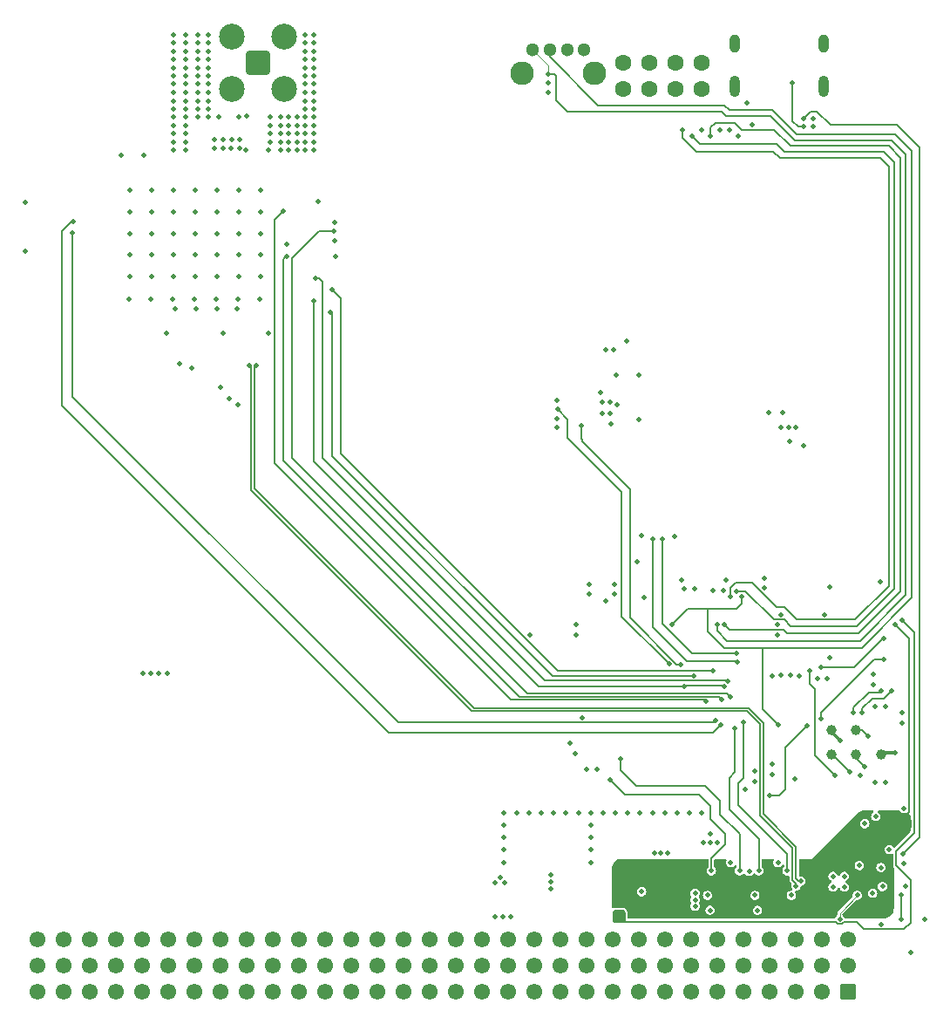
<source format=gbr>
%TF.GenerationSoftware,KiCad,Pcbnew,8.0.9-8.0.9-0~ubuntu24.04.1*%
%TF.CreationDate,2025-02-26T00:10:32+00:00*%
%TF.ProjectId,nav-module,6e61762d-6d6f-4647-956c-652e6b696361,1.0.0*%
%TF.SameCoordinates,Original*%
%TF.FileFunction,Copper,L4,Bot*%
%TF.FilePolarity,Positive*%
%FSLAX46Y46*%
G04 Gerber Fmt 4.6, Leading zero omitted, Abs format (unit mm)*
G04 Created by KiCad (PCBNEW 8.0.9-8.0.9-0~ubuntu24.04.1) date 2025-02-26 00:10:32*
%MOMM*%
%LPD*%
G01*
G04 APERTURE LIST*
G04 Aperture macros list*
%AMRoundRect*
0 Rectangle with rounded corners*
0 $1 Rounding radius*
0 $2 $3 $4 $5 $6 $7 $8 $9 X,Y pos of 4 corners*
0 Add a 4 corners polygon primitive as box body*
4,1,4,$2,$3,$4,$5,$6,$7,$8,$9,$2,$3,0*
0 Add four circle primitives for the rounded corners*
1,1,$1+$1,$2,$3*
1,1,$1+$1,$4,$5*
1,1,$1+$1,$6,$7*
1,1,$1+$1,$8,$9*
0 Add four rect primitives between the rounded corners*
20,1,$1+$1,$2,$3,$4,$5,0*
20,1,$1+$1,$4,$5,$6,$7,0*
20,1,$1+$1,$6,$7,$8,$9,0*
20,1,$1+$1,$8,$9,$2,$3,0*%
G04 Aperture macros list end*
%TA.AperFunction,ComponentPad*%
%ADD10C,1.600000*%
%TD*%
%TA.AperFunction,ComponentPad*%
%ADD11RoundRect,0.200100X-0.949900X-0.949900X0.949900X-0.949900X0.949900X0.949900X-0.949900X0.949900X0*%
%TD*%
%TA.AperFunction,ComponentPad*%
%ADD12C,2.500000*%
%TD*%
%TA.AperFunction,ComponentPad*%
%ADD13O,1.000000X2.100000*%
%TD*%
%TA.AperFunction,ComponentPad*%
%ADD14O,1.000000X1.800000*%
%TD*%
%TA.AperFunction,ComponentPad*%
%ADD15RoundRect,0.249999X0.525001X0.525001X-0.525001X0.525001X-0.525001X-0.525001X0.525001X-0.525001X0*%
%TD*%
%TA.AperFunction,ComponentPad*%
%ADD16C,1.550000*%
%TD*%
%TA.AperFunction,ComponentPad*%
%ADD17C,1.300000*%
%TD*%
%TA.AperFunction,ComponentPad*%
%ADD18C,2.286000*%
%TD*%
%TA.AperFunction,SMDPad,CuDef*%
%ADD19C,1.000000*%
%TD*%
%TA.AperFunction,ViaPad*%
%ADD20C,0.500000*%
%TD*%
%TA.AperFunction,Conductor*%
%ADD21C,0.300000*%
%TD*%
%TA.AperFunction,Conductor*%
%ADD22C,0.150000*%
%TD*%
%TA.AperFunction,Conductor*%
%ADD23C,0.200000*%
%TD*%
%TA.AperFunction,Conductor*%
%ADD24C,0.100000*%
%TD*%
%TA.AperFunction,Conductor*%
%ADD25C,0.180000*%
%TD*%
G04 APERTURE END LIST*
D10*
%TO.P,LED300,1*%
%TO.N,Net-(LED300-Pad1)*%
X106863600Y-55785000D03*
%TO.P,LED300,2*%
%TO.N,GND*%
X109403600Y-55785000D03*
%TO.P,LED300,3*%
%TO.N,Net-(LED300-Pad3)*%
X106863600Y-58325000D03*
%TO.P,LED300,4*%
%TO.N,GND*%
X109403600Y-58325000D03*
%TD*%
D11*
%TO.P,J1100,1,In*%
%TO.N,/GPS-RTK/RF_IN*%
X71370000Y-55835001D03*
D12*
%TO.P,J1100,2,Ext*%
%TO.N,GND*%
X68830000Y-53295001D03*
X68830000Y-58375001D03*
X73910000Y-53295001D03*
X73910000Y-58375001D03*
%TD*%
D13*
%TO.P,J800,S1,SHIELD*%
%TO.N,Net-(J800-SHIELD)*%
X126370000Y-58140000D03*
D14*
X126370000Y-53960000D03*
D13*
X117730000Y-58140000D03*
D14*
X117730000Y-53960000D03*
%TD*%
D15*
%TO.P,J200,a1,a1*%
%TO.N,GND*%
X128740000Y-145975000D03*
D16*
%TO.P,J200,a2,a2*%
%TO.N,/Backplane/BACKPLANE.D+*%
X126200000Y-145975000D03*
%TO.P,J200,a3,a3*%
%TO.N,+5V_STDBY*%
X123660000Y-145975000D03*
%TO.P,J200,a4,a4*%
%TO.N,GND*%
X121120000Y-145975000D03*
%TO.P,J200,a5,a5*%
%TO.N,/Backplane/CAN1.+*%
X118580000Y-145975000D03*
%TO.P,J200,a6,a6*%
%TO.N,/Backplane/CAN1.-*%
X116040000Y-145975000D03*
%TO.P,J200,a7,a7*%
%TO.N,GND*%
X113500000Y-145975000D03*
%TO.P,J200,a8,a8*%
%TO.N,/Backplane/CAN2.+*%
X110960000Y-145975000D03*
%TO.P,J200,a9,a9*%
%TO.N,/Backplane/CAN2.-*%
X108420000Y-145975000D03*
%TO.P,J200,a10,a10*%
%TO.N,GND*%
X105880000Y-145975000D03*
%TO.P,J200,a11,a11*%
%TO.N,+12V*%
X103340000Y-145975000D03*
%TO.P,J200,a12,a12*%
X100800000Y-145975000D03*
%TO.P,J200,a13,a13*%
%TO.N,GND*%
X98260000Y-145975000D03*
%TO.P,J200,a14,a14*%
%TO.N,+24V*%
X95720000Y-145975000D03*
%TO.P,J200,a15,a15*%
%TO.N,GND*%
X93180000Y-145975000D03*
%TO.P,J200,a16,a16*%
%TO.N,/Backplane/GPIOL0*%
X90640000Y-145975000D03*
%TO.P,J200,a17,a17*%
%TO.N,/Backplane/GPIOL1*%
X88100000Y-145975000D03*
%TO.P,J200,a18,a18*%
%TO.N,/Backplane/GPIOL2*%
X85560000Y-145975000D03*
%TO.P,J200,a19,a19*%
%TO.N,/Backplane/GPIOL3*%
X83020000Y-145975000D03*
%TO.P,J200,a20,a20*%
%TO.N,/Backplane/GPIOL4*%
X80480000Y-145975000D03*
%TO.P,J200,a21,a21*%
%TO.N,/Backplane/GPIOL5*%
X77940000Y-145975000D03*
%TO.P,J200,a22,a22*%
%TO.N,/Backplane/GPIOL6*%
X75400000Y-145975000D03*
%TO.P,J200,a23,a23*%
%TO.N,/Backplane/GPIOL7*%
X72860000Y-145975000D03*
%TO.P,J200,a24,a24*%
%TO.N,/Backplane/GPIOL8*%
X70320000Y-145975000D03*
%TO.P,J200,a25,a25*%
%TO.N,/Backplane/GPIOL9*%
X67780000Y-145975000D03*
%TO.P,J200,a26,a26*%
%TO.N,/Backplane/GPIOL10*%
X65240000Y-145975000D03*
%TO.P,J200,a27,a27*%
%TO.N,/Backplane/GPIOL11*%
X62700000Y-145975000D03*
%TO.P,J200,a28,a28*%
%TO.N,/Backplane/GPIOL12*%
X60160000Y-145975000D03*
%TO.P,J200,a29,a29*%
%TO.N,/Backplane/GPIOL13*%
X57620000Y-145975000D03*
%TO.P,J200,a30,a30*%
%TO.N,/Backplane/GPIOL14*%
X55080000Y-145975000D03*
%TO.P,J200,a31,a31*%
%TO.N,/Backplane/GPIOL15*%
X52540000Y-145975000D03*
%TO.P,J200,a32,a32*%
%TO.N,GND*%
X50000000Y-145975000D03*
%TO.P,J200,b1,b1*%
X128740000Y-143435000D03*
%TO.P,J200,b2,b2*%
X126200000Y-143435000D03*
%TO.P,J200,b3,b3*%
%TO.N,+5V_STDBY*%
X123660000Y-143435000D03*
%TO.P,J200,b4,b4*%
%TO.N,GND*%
X121120000Y-143435000D03*
%TO.P,J200,b5,b5*%
%TO.N,/Backplane/CAN1.+*%
X118580000Y-143435000D03*
%TO.P,J200,b6,b6*%
%TO.N,/Backplane/CAN1.-*%
X116040000Y-143435000D03*
%TO.P,J200,b7,b7*%
%TO.N,GND*%
X113500000Y-143435000D03*
%TO.P,J200,b8,b8*%
%TO.N,/Backplane/CAN2.+*%
X110960000Y-143435000D03*
%TO.P,J200,b9,b9*%
%TO.N,/Backplane/CAN2.-*%
X108420000Y-143435000D03*
%TO.P,J200,b10,b10*%
%TO.N,GND*%
X105880000Y-143435000D03*
%TO.P,J200,b11,b11*%
%TO.N,+12V*%
X103340000Y-143435000D03*
%TO.P,J200,b12,b12*%
X100800000Y-143435000D03*
%TO.P,J200,b13,b13*%
%TO.N,GND*%
X98260000Y-143435000D03*
%TO.P,J200,b14,b14*%
%TO.N,+24V*%
X95720000Y-143435000D03*
%TO.P,J200,b15,b15*%
%TO.N,GND*%
X93180000Y-143435000D03*
%TO.P,J200,b16,b16*%
%TO.N,/Backplane/GPIOC0*%
X90640000Y-143435000D03*
%TO.P,J200,b17,b17*%
%TO.N,/Backplane/GPIOC1*%
X88100000Y-143435000D03*
%TO.P,J200,b18,b18*%
%TO.N,/Backplane/GPIOC2*%
X85560000Y-143435000D03*
%TO.P,J200,b19,b19*%
%TO.N,/Backplane/GPIOC3*%
X83020000Y-143435000D03*
%TO.P,J200,b20,b20*%
%TO.N,/Backplane/GPIOC4*%
X80480000Y-143435000D03*
%TO.P,J200,b21,b21*%
%TO.N,/Backplane/GPIOC5*%
X77940000Y-143435000D03*
%TO.P,J200,b22,b22*%
%TO.N,/Backplane/GPIOC6*%
X75400000Y-143435000D03*
%TO.P,J200,b23,b23*%
%TO.N,/Backplane/GPIOC7*%
X72860000Y-143435000D03*
%TO.P,J200,b24,b24*%
%TO.N,/Backplane/GPIOC8*%
X70320000Y-143435000D03*
%TO.P,J200,b25,b25*%
%TO.N,/Backplane/GPIOC9*%
X67780000Y-143435000D03*
%TO.P,J200,b26,b26*%
%TO.N,/Backplane/GPIOC10*%
X65240000Y-143435000D03*
%TO.P,J200,b27,b27*%
%TO.N,/Backplane/GPIOC11*%
X62700000Y-143435000D03*
%TO.P,J200,b28,b28*%
%TO.N,/Backplane/GPIOC12*%
X60160000Y-143435000D03*
%TO.P,J200,b29,b29*%
%TO.N,/Backplane/GPIOC13*%
X57620000Y-143435000D03*
%TO.P,J200,b30,b30*%
%TO.N,/Backplane/GPIOC14*%
X55080000Y-143435000D03*
%TO.P,J200,b31,b31*%
%TO.N,/Backplane/GPIOC15*%
X52540000Y-143435000D03*
%TO.P,J200,b32,b32*%
%TO.N,GND*%
X50000000Y-143435000D03*
%TO.P,J200,c1,c1*%
X128740000Y-140895000D03*
%TO.P,J200,c2,c2*%
%TO.N,/Backplane/BACKPLANE.D-*%
X126200000Y-140895000D03*
%TO.P,J200,c3,c3*%
%TO.N,+5V_STDBY*%
X123660000Y-140895000D03*
%TO.P,J200,c4,c4*%
%TO.N,GND*%
X121120000Y-140895000D03*
%TO.P,J200,c5,c5*%
%TO.N,/Backplane/CAN1.+*%
X118580000Y-140895000D03*
%TO.P,J200,c6,c6*%
%TO.N,/Backplane/CAN1.-*%
X116040000Y-140895000D03*
%TO.P,J200,c7,c7*%
%TO.N,GND*%
X113500000Y-140895000D03*
%TO.P,J200,c8,c8*%
%TO.N,/Backplane/CAN2.+*%
X110960000Y-140895000D03*
%TO.P,J200,c9,c9*%
%TO.N,/Backplane/CAN2.-*%
X108420000Y-140895000D03*
%TO.P,J200,c10,c10*%
%TO.N,GND*%
X105880000Y-140895000D03*
%TO.P,J200,c11,c11*%
%TO.N,+12V*%
X103340000Y-140895000D03*
%TO.P,J200,c12,c12*%
X100800000Y-140895000D03*
%TO.P,J200,c13,c13*%
%TO.N,GND*%
X98260000Y-140895000D03*
%TO.P,J200,c14,c14*%
%TO.N,+24V*%
X95720000Y-140895000D03*
%TO.P,J200,c15,c15*%
%TO.N,GND*%
X93180000Y-140895000D03*
%TO.P,J200,c16,c16*%
%TO.N,/Backplane/GPIOR0*%
X90640000Y-140895000D03*
%TO.P,J200,c17,c17*%
%TO.N,/Backplane/GPIOR1*%
X88100000Y-140895000D03*
%TO.P,J200,c18,c18*%
%TO.N,/Backplane/GPIOR2*%
X85560000Y-140895000D03*
%TO.P,J200,c19,c19*%
%TO.N,/Backplane/GPIOR3*%
X83020000Y-140895000D03*
%TO.P,J200,c20,c20*%
%TO.N,/Backplane/GPIOR4*%
X80480000Y-140895000D03*
%TO.P,J200,c21,c21*%
%TO.N,/Backplane/GPIOR5*%
X77940000Y-140895000D03*
%TO.P,J200,c22,c22*%
%TO.N,/Backplane/GPIOR6*%
X75400000Y-140895000D03*
%TO.P,J200,c23,c23*%
%TO.N,/Backplane/GPIOR7*%
X72860000Y-140895000D03*
%TO.P,J200,c24,c24*%
%TO.N,/Backplane/GPIOR8*%
X70320000Y-140895000D03*
%TO.P,J200,c25,c25*%
%TO.N,/Backplane/GPIOR9*%
X67780000Y-140895000D03*
%TO.P,J200,c26,c26*%
%TO.N,/Backplane/GPIOR10*%
X65240000Y-140895000D03*
%TO.P,J200,c27,c27*%
%TO.N,/Backplane/GPIOR11*%
X62700000Y-140895000D03*
%TO.P,J200,c28,c28*%
%TO.N,/Backplane/GPIOR12*%
X60160000Y-140895000D03*
%TO.P,J200,c29,c29*%
%TO.N,/Backplane/GPIOR13*%
X57620000Y-140895000D03*
%TO.P,J200,c30,c30*%
%TO.N,/Backplane/GPIOR14*%
X55080000Y-140895000D03*
%TO.P,J200,c31,c31*%
%TO.N,/Backplane/GPIOR15*%
X52540000Y-140895000D03*
%TO.P,J200,c32,c32*%
%TO.N,GND*%
X50000000Y-140895000D03*
%TD*%
D17*
%TO.P,SW400,1*%
%TO.N,GND*%
X103080000Y-54575000D03*
%TO.P,SW400,2*%
X101450000Y-54575000D03*
%TO.P,SW400,3*%
%TO.N,/MCU/SWD.~{RST}*%
X99710000Y-54575000D03*
%TO.P,SW400,4*%
%TO.N,/MCU/USR_BUTTON*%
X98080000Y-54575000D03*
D18*
%TO.P,SW400,5*%
%TO.N,N/C*%
X104080000Y-56825000D03*
%TO.P,SW400,6*%
X97080000Y-56825000D03*
%TD*%
D10*
%TO.P,LED301,1*%
%TO.N,Net-(LED301-Pad1)*%
X111913600Y-55785000D03*
%TO.P,LED301,2*%
%TO.N,GND*%
X114453600Y-55785000D03*
%TO.P,LED301,3*%
%TO.N,Net-(LED301-Pad3)*%
X111913600Y-58325000D03*
%TO.P,LED301,4*%
%TO.N,GND*%
X114453600Y-58325000D03*
%TD*%
D19*
%TO.P,TP704,1,1*%
%TO.N,/ST-LINK/DIO*%
X127100000Y-122975000D03*
%TD*%
%TO.P,TP706,1,1*%
%TO.N,GND*%
X131900000Y-122975000D03*
%TD*%
%TO.P,TP703,1,1*%
%TO.N,/ST-LINK/STLINK-BOOT0*%
X129500000Y-120575001D03*
%TD*%
%TO.P,TP702,1,1*%
%TO.N,+3V3*%
X127100000Y-120585001D03*
%TD*%
%TO.P,TP705,1,1*%
%TO.N,/ST-LINK/CLK*%
X129500000Y-122975000D03*
%TD*%
D20*
%TO.N,+3V3*%
X115300000Y-138075000D03*
X78830001Y-73075001D03*
X99598400Y-58685001D03*
X131350000Y-125625000D03*
X121325000Y-115325000D03*
X105160000Y-83685002D03*
X122220000Y-91185001D03*
X105560000Y-88785002D03*
X104325000Y-124400000D03*
X120590000Y-106765000D03*
X111869999Y-101785001D03*
X115350000Y-131500000D03*
X132050000Y-135775000D03*
X131800000Y-106175000D03*
X131400000Y-128975000D03*
X133950000Y-118922500D03*
X114650000Y-131500000D03*
X115350000Y-130625000D03*
X123620000Y-91185001D03*
X102275000Y-111350000D03*
X121350000Y-124927500D03*
X104860000Y-89885002D03*
X127900000Y-121575000D03*
X121875000Y-110350000D03*
X105200000Y-108075000D03*
X105560001Y-89885001D03*
X125700000Y-115575000D03*
X131350000Y-118275000D03*
X124000000Y-115300000D03*
X65370000Y-79685001D03*
X122225000Y-109375000D03*
X115575000Y-107050000D03*
X101700000Y-121825000D03*
X63370000Y-79685001D03*
X69370000Y-79685001D03*
X104860000Y-88785001D03*
X67370000Y-79685001D03*
X119900000Y-138075000D03*
X69470000Y-88985001D03*
X122920000Y-91185001D03*
X78930000Y-74575001D03*
X116025000Y-131500000D03*
X112825000Y-106875000D03*
X119625000Y-124600000D03*
X114450000Y-62375000D03*
X108670000Y-101685001D03*
X100460000Y-90385001D03*
%TO.N,GND*%
X106050000Y-107375000D03*
X65570000Y-59514683D03*
X75970000Y-57085001D03*
X69513330Y-74475001D03*
X108925000Y-107700000D03*
X67170000Y-63285001D03*
X99598400Y-57785001D03*
X65279998Y-76575001D03*
X95300000Y-131025000D03*
X74370000Y-62685001D03*
X103700000Y-128625000D03*
X106050000Y-106475000D03*
X76768430Y-61910522D03*
X64368430Y-61910522D03*
X61011143Y-78722155D03*
X129900000Y-124961216D03*
X73570000Y-61085001D03*
X123020000Y-92585001D03*
X61046666Y-74475001D03*
X128350000Y-134775000D03*
X104900000Y-128625000D03*
X63170000Y-57085001D03*
X68570000Y-88385001D03*
X62530000Y-82075001D03*
X109870720Y-132521542D03*
X66570000Y-60285001D03*
X75970000Y-64285001D03*
X69513330Y-70275001D03*
X134830000Y-142145001D03*
X100460000Y-91185001D03*
X127250000Y-134775000D03*
X48770000Y-69385001D03*
X61046666Y-76575001D03*
X116250000Y-62375000D03*
X95300000Y-133425000D03*
X73570000Y-64285001D03*
X69570000Y-63285001D03*
X132350000Y-125625000D03*
X65570000Y-56285001D03*
X113850000Y-136425000D03*
X75168430Y-61910522D03*
X75170000Y-63485001D03*
X60330000Y-64775001D03*
X109700000Y-128625000D03*
X63170000Y-58685001D03*
X106260000Y-88985001D03*
X96500000Y-128625000D03*
X67970000Y-63285001D03*
X76770000Y-53085001D03*
X74370000Y-63485001D03*
X130325000Y-129675000D03*
X65279998Y-72375001D03*
X106100000Y-128625000D03*
X110520720Y-132521542D03*
X76770000Y-55485001D03*
X67361141Y-78722155D03*
X75970000Y-63485001D03*
X64370000Y-64285001D03*
X65279998Y-74475001D03*
X108650000Y-136275000D03*
X71630000Y-72375001D03*
X72568430Y-61910522D03*
X105660000Y-90885000D03*
X102850000Y-119385001D03*
X113300000Y-128625000D03*
X76770000Y-58685001D03*
X58930000Y-70275001D03*
X63170000Y-53885001D03*
X75970000Y-62685001D03*
X75970000Y-56285001D03*
X103700000Y-132225000D03*
X76770000Y-63485001D03*
X75970000Y-57885001D03*
X97700000Y-128625000D03*
X63170000Y-59514683D03*
X108410002Y-90435000D03*
X67770000Y-87285001D03*
X69513330Y-68175002D03*
X115050000Y-136625000D03*
X64370000Y-54685001D03*
X121350000Y-123927500D03*
X103575000Y-106475000D03*
X68030000Y-82075001D03*
X75970000Y-61085001D03*
X71594477Y-78722155D03*
X66570000Y-59514683D03*
X116825000Y-106025000D03*
X119625000Y-125600000D03*
X108200000Y-104250000D03*
X64370000Y-58685001D03*
X61770000Y-115085001D03*
X126375000Y-109375000D03*
X74370000Y-64285001D03*
X124420000Y-92985001D03*
X126900000Y-113525000D03*
X131150000Y-116225000D03*
X66570000Y-56285001D03*
X112525000Y-106025000D03*
X63163332Y-70275001D03*
X67970000Y-64085001D03*
X66570000Y-57885001D03*
X97840000Y-111345001D03*
X71630000Y-68175002D03*
X63170000Y-62685001D03*
X67570000Y-61085001D03*
X73570000Y-63485001D03*
X63168430Y-61910522D03*
X76770000Y-57885001D03*
X65570000Y-58685001D03*
X113850000Y-137675000D03*
X100100000Y-128625000D03*
X94450000Y-138675000D03*
X64370000Y-56285001D03*
X65570000Y-57085001D03*
X116575000Y-107050000D03*
X128350000Y-135825000D03*
X76770000Y-64285001D03*
X65279998Y-68175002D03*
X67396664Y-70275001D03*
X65570000Y-55485001D03*
X75970000Y-58685001D03*
X76770000Y-56285001D03*
X98900000Y-128625000D03*
X118750000Y-126325000D03*
X64370000Y-60285001D03*
X134150000Y-128175000D03*
X67396664Y-76575001D03*
X63163332Y-72375001D03*
X131900000Y-133925000D03*
X126950000Y-106725000D03*
X67396664Y-74475001D03*
X69513330Y-76575001D03*
X119100000Y-134275000D03*
X75170000Y-62685001D03*
X111170720Y-132521542D03*
X75970000Y-60285001D03*
X103575000Y-107350000D03*
X66570000Y-57085001D03*
X69570000Y-64085001D03*
X76770000Y-59514683D03*
X62570000Y-115085001D03*
X103700000Y-133425000D03*
X67396664Y-72375001D03*
X74370000Y-61085001D03*
X63170000Y-63485001D03*
X122200000Y-115275000D03*
X63170000Y-60285001D03*
X103700000Y-131025000D03*
X66570000Y-58685001D03*
X77230000Y-69275001D03*
X117150000Y-62375000D03*
X131150000Y-115125000D03*
X119410000Y-61815001D03*
X70310000Y-60995001D03*
X76770000Y-60285001D03*
X133300000Y-122825000D03*
X63770000Y-84995001D03*
X118050000Y-62925000D03*
X108500000Y-128625000D03*
X68770000Y-64085001D03*
X63170000Y-53085001D03*
X133950000Y-119922500D03*
X75170000Y-61085001D03*
X68808824Y-63259329D03*
X134100000Y-133525000D03*
X122320000Y-89785001D03*
X134300000Y-135775000D03*
X61046666Y-72375001D03*
X76770000Y-62685001D03*
X112100000Y-128625000D03*
X58930000Y-76575001D03*
X105960000Y-83685001D03*
X107160001Y-82785000D03*
X58130000Y-64775001D03*
X64370000Y-63485001D03*
X78830001Y-71275001D03*
X65570000Y-53885001D03*
X71630000Y-70275001D03*
X75970000Y-53085001D03*
X60170000Y-115085001D03*
X63127809Y-78722155D03*
X58930000Y-74475001D03*
X63170000Y-64285001D03*
X73568430Y-61910522D03*
X64370000Y-61085001D03*
X113825000Y-106875000D03*
X71630000Y-76575001D03*
X75968430Y-61910522D03*
X73570000Y-62685001D03*
X121900000Y-133425000D03*
X65570000Y-61085001D03*
X76770000Y-54685001D03*
X64370000Y-59514683D03*
X114500000Y-128625000D03*
X64370000Y-62685001D03*
X63170000Y-55485001D03*
X65570000Y-60285001D03*
X75970000Y-54685001D03*
X74210000Y-73455001D03*
X63163332Y-74475001D03*
X69540000Y-61025001D03*
X100460000Y-88585001D03*
X63170000Y-57885001D03*
X118850000Y-59675000D03*
X121020000Y-89785001D03*
X71630000Y-74475001D03*
X60970000Y-115085001D03*
X103325000Y-124400000D03*
X72570000Y-61085001D03*
X69477807Y-78722155D03*
X64930000Y-85475001D03*
X64370000Y-57885001D03*
X76770000Y-57085001D03*
X76770000Y-61085001D03*
X121875000Y-111350000D03*
X108410001Y-86135002D03*
X64370000Y-53085001D03*
X117300000Y-133425000D03*
X120590000Y-105865000D03*
X129800000Y-133725000D03*
X75170000Y-64285001D03*
X95953492Y-138663288D03*
X127250000Y-135825000D03*
X64370000Y-53885001D03*
X66570000Y-55485001D03*
X131100000Y-136425000D03*
X75970000Y-59514683D03*
X61046666Y-68175002D03*
X64370000Y-57085001D03*
X110900000Y-128625000D03*
X72570000Y-63485001D03*
X48780000Y-74085001D03*
X101300000Y-128625000D03*
X70230000Y-64285001D03*
X58894477Y-78722155D03*
X72570000Y-62685001D03*
X99850000Y-134671508D03*
X104618595Y-87781488D03*
X67170000Y-64085001D03*
X102500000Y-128625000D03*
X75970000Y-55485001D03*
X66570000Y-54685001D03*
X65570000Y-57885001D03*
X95300000Y-132225000D03*
X107300000Y-128625000D03*
X95200000Y-138675000D03*
X99850000Y-135971508D03*
X63170000Y-56285001D03*
X66570000Y-53885001D03*
X95300000Y-129825000D03*
X63170000Y-54685001D03*
X136150000Y-138925000D03*
X102225000Y-122850000D03*
X65570000Y-54685001D03*
X126700000Y-115575000D03*
X64370000Y-55485001D03*
X102275000Y-110350000D03*
X123200000Y-136625000D03*
X66570000Y-53085001D03*
X65279998Y-70275001D03*
X106210001Y-86135002D03*
X69513330Y-72375001D03*
X72430000Y-82075001D03*
X131950000Y-139425000D03*
X72430000Y-64285001D03*
X113850000Y-137075000D03*
X63163332Y-76575001D03*
X125350000Y-62025000D03*
X125350000Y-61225000D03*
X63170000Y-61085001D03*
X75970000Y-53885001D03*
X123550000Y-125325000D03*
X66570000Y-61085001D03*
X132700000Y-132175000D03*
X61046666Y-70275001D03*
X63163332Y-68175002D03*
X99850000Y-135321508D03*
X123100000Y-115275000D03*
X67396664Y-68175002D03*
X65570000Y-53085001D03*
X103700000Y-129825000D03*
X76770000Y-53885001D03*
X95300000Y-128625000D03*
X65244475Y-78722155D03*
X74368430Y-61910522D03*
X58930000Y-72375001D03*
X132350000Y-118275000D03*
X58930000Y-68175002D03*
X119650000Y-136625000D03*
%TO.N,+5V*%
X106125000Y-137025000D03*
X134150000Y-129075000D03*
X116300000Y-133425000D03*
X106775000Y-136325000D03*
X133300000Y-110375000D03*
X131100000Y-135525001D03*
X106775000Y-137025000D03*
X126200000Y-137025000D03*
X106125000Y-136325000D03*
X120900000Y-133425000D03*
%TO.N,/ST-LINK/LED*%
X124950000Y-114800000D03*
X127400000Y-124950000D03*
%TO.N,/ST-LINK/STLINK-BOOT0*%
X130675000Y-121175000D03*
%TO.N,/ST-LINK/DIO*%
X128875000Y-124675000D03*
%TO.N,/ST-LINK/CLK*%
X130350000Y-124175000D03*
%TO.N,+12V_FUSED*%
X94451270Y-135361059D03*
X133950000Y-109925000D03*
X106125000Y-139025000D03*
X106125000Y-138325000D03*
X106775000Y-138325000D03*
X95375000Y-135375000D03*
X106775000Y-139025000D03*
X94950000Y-134875000D03*
%TO.N,/ST-LINK/STLINK_RX*%
X126100000Y-119500000D03*
X132200000Y-113725000D03*
%TO.N,/USB/VBUS_IN*%
X124350000Y-61225000D03*
X134050000Y-132625000D03*
%TO.N,/ST-LINK/STLINK_TX*%
X132200000Y-111725000D03*
X126075000Y-114450000D03*
%TO.N,/MCU/USR_BUTTON*%
X115975000Y-110350000D03*
X99538600Y-56899202D03*
%TO.N,/MCU/SWD.~{RST}*%
X111575001Y-110375000D03*
X121900000Y-120045000D03*
X118377238Y-107645000D03*
%TO.N,Net-(U302-PGANG)*%
X129600000Y-136625000D03*
X127900000Y-138925000D03*
%TO.N,Net-(U700-PA5)*%
X124700000Y-120175000D03*
X121054124Y-126900877D03*
%TO.N,Net-(U700-PC13)*%
X130100000Y-118925000D03*
X132900000Y-116775000D03*
%TO.N,Net-(U700-PC14)*%
X129225000Y-118925000D03*
X131950000Y-116775000D03*
%TO.N,/CAN transceiver 1/CAN.TX*%
X122775000Y-134250000D03*
X118550000Y-119850000D03*
%TO.N,/CAN transceiver 1/CAN.RX*%
X117700000Y-120375000D03*
X120025000Y-134250000D03*
%TO.N,/CAN transceiver 2/CAN.TX*%
X118175000Y-134250000D03*
X106575000Y-123400000D03*
%TO.N,/CAN transceiver 2/CAN.RX*%
X105600000Y-125425000D03*
X115425000Y-134250000D03*
%TO.N,/USB/CC1*%
X123300000Y-57725000D03*
X124350000Y-62025000D03*
%TO.N,Net-(U801-~{OE})*%
X133850000Y-136575000D03*
X133850000Y-138925000D03*
%TO.N,/MCU/USER_LED_1*%
X113550000Y-62925000D03*
X117850000Y-107125000D03*
%TO.N,/MCU/USER_LED_2*%
X117300000Y-107625000D03*
X112650000Y-62375000D03*
%TO.N,/MCU/STATUS_LED*%
X115350000Y-62925000D03*
X116675000Y-110350000D03*
%TO.N,/USB-hub/USB_GPS_.D+*%
X71195000Y-85224927D03*
X124099810Y-135255191D03*
%TO.N,/USB-hub/USB_GPS_.D-*%
X123640190Y-135714811D03*
X70545000Y-85224927D03*
%TO.N,/GPS-RTK/GPS_SPI.CLK*%
X76970000Y-76725002D03*
X117040000Y-115805001D03*
%TO.N,/GPS-RTK/GPS_SPI.CS*%
X115560000Y-114795001D03*
X78570000Y-77825002D03*
%TO.N,/GPS-RTK/GPS_NRESET*%
X78750000Y-72175001D03*
X117260000Y-117350000D03*
%TO.N,/IMU/IMU_NRESET*%
X100500000Y-89445001D03*
X111304124Y-114160877D03*
%TO.N,/GPS-RTK/GPS_EXINTERUPT*%
X73880000Y-70195001D03*
X114920000Y-117820001D03*
%TO.N,/GPS-RTK/GPS_MODE_SELECT*%
X116430000Y-117635001D03*
X74160000Y-74575001D03*
%TO.N,/GPS-RTK/GPS_SPI.MISO*%
X113710000Y-115325001D03*
X78445000Y-80025002D03*
%TO.N,/GPS-RTK/GPS_GEOFENCE_STAT*%
X53470000Y-71225003D03*
X116335000Y-120100001D03*
%TO.N,/GPS-RTK/GPS_RTK_STAT*%
X115820000Y-119665001D03*
X53370000Y-72325002D03*
%TO.N,/Barometr/BAROMETR_I2C.SCL*%
X117990000Y-113965001D03*
X109700000Y-102085001D03*
%TO.N,/Barometr/BAROMETR_I2C.SDA*%
X110680000Y-102085001D03*
X117880000Y-113175001D03*
%TO.N,/IMU/IMU_EXINTERUPT*%
X102830000Y-91035001D03*
X112470000Y-114210001D03*
%TO.N,/GPS-RTK/GPS_SPI.MOSI*%
X116667248Y-116337504D03*
X76770000Y-78925002D03*
X112810000Y-116365001D03*
%TD*%
D21*
%TO.N,+3V3*%
X127100000Y-120775000D02*
X127100000Y-120585001D01*
X127900000Y-121575000D02*
X127100000Y-120775000D01*
%TO.N,GND*%
X131900000Y-122975000D02*
X132050000Y-122825000D01*
X132050000Y-122825000D02*
X133300000Y-122825000D01*
D22*
%TO.N,+5V*%
X133300000Y-110375000D02*
X134650000Y-111725000D01*
X134650000Y-111725000D02*
X134650000Y-128575000D01*
X134650000Y-128575000D02*
X134150000Y-129075000D01*
%TO.N,/ST-LINK/LED*%
X124950000Y-116125000D02*
X125450000Y-116625000D01*
X125450000Y-123000000D02*
X127400000Y-124950000D01*
X124950000Y-114800000D02*
X124950000Y-116125000D01*
X125450000Y-116625000D02*
X125450000Y-123000000D01*
D23*
%TO.N,/ST-LINK/STLINK-BOOT0*%
X130075001Y-120575001D02*
X130675000Y-121175000D01*
X129500000Y-120575001D02*
X130075001Y-120575001D01*
D22*
%TO.N,/ST-LINK/DIO*%
X127175000Y-122975000D02*
X127100000Y-122975000D01*
X128875000Y-124675000D02*
X127175000Y-122975000D01*
D23*
%TO.N,/ST-LINK/CLK*%
X129500000Y-122975000D02*
X129500000Y-123325000D01*
X129500000Y-123325000D02*
X130350000Y-124175000D01*
D22*
%TO.N,+12V_FUSED*%
X127536541Y-139233293D02*
X106983293Y-139233293D01*
X133370000Y-132355000D02*
X133370000Y-133745000D01*
X134775000Y-135150000D02*
X134775000Y-135971752D01*
X133370000Y-133745000D02*
X134775000Y-135150000D01*
X134770000Y-135976752D02*
X134770000Y-139285001D01*
X135150000Y-130575000D02*
X133370000Y-132355000D01*
X105900000Y-139025000D02*
X106125000Y-139025000D01*
X134770000Y-139285001D02*
X134155001Y-139900000D01*
X128263459Y-139233293D02*
X128096752Y-139400000D01*
X128096752Y-139400000D02*
X127703248Y-139400000D01*
X133950000Y-109925000D02*
X135150000Y-111125000D01*
X134775000Y-135971752D02*
X134770000Y-135976752D01*
X135150000Y-111125000D02*
X135150000Y-130575000D01*
X127703248Y-139400000D02*
X127536541Y-139233293D01*
X130184999Y-139900000D02*
X129518292Y-139233293D01*
X134155001Y-139900000D02*
X130184999Y-139900000D01*
X129518292Y-139233293D02*
X128263459Y-139233293D01*
X106983293Y-139233293D02*
X106775000Y-139025000D01*
%TO.N,/ST-LINK/STLINK_RX*%
X131225000Y-113725000D02*
X126100000Y-118850000D01*
X126100000Y-118850000D02*
X126100000Y-119500000D01*
X132200000Y-113725000D02*
X131225000Y-113725000D01*
%TO.N,/USB/VBUS_IN*%
X125037500Y-60537500D02*
X124350000Y-61225000D01*
X133475000Y-61850000D02*
X127000000Y-61850000D01*
X135650000Y-131025000D02*
X135650000Y-64025000D01*
X134050000Y-132625000D02*
X135650000Y-131025000D01*
X135650000Y-64025000D02*
X133475000Y-61850000D01*
X125687500Y-60537500D02*
X125037500Y-60537500D01*
X127000000Y-61850000D02*
X125687500Y-60537500D01*
%TO.N,/ST-LINK/STLINK_TX*%
X132200000Y-111725000D02*
X132050000Y-111725000D01*
X129325000Y-114450000D02*
X126075000Y-114450000D01*
X132050000Y-111725000D02*
X129325000Y-114450000D01*
%TO.N,/MCU/USR_BUTTON*%
X100370000Y-59485001D02*
X100370000Y-57085001D01*
X134325000Y-64725000D02*
X132950000Y-63350000D01*
X134325000Y-107500000D02*
X134325000Y-64725000D01*
X121150000Y-60950000D02*
X116850000Y-60950000D01*
D24*
X99538600Y-56033600D02*
X98080000Y-54575000D01*
D22*
X100370000Y-57085001D02*
X100184201Y-56899202D01*
D24*
X99538600Y-56899202D02*
X99538600Y-56033600D01*
D22*
X101409999Y-60525000D02*
X100370000Y-59485001D01*
X132950000Y-63350000D02*
X123550000Y-63350000D01*
X123550000Y-63350000D02*
X121150000Y-60950000D01*
X115975000Y-110950000D02*
X116950000Y-111925000D01*
X116850000Y-60950000D02*
X116425000Y-60525000D01*
X116950000Y-111925000D02*
X129900000Y-111925000D01*
X100184201Y-56899202D02*
X99538600Y-56899202D01*
X129900000Y-111925000D02*
X134325000Y-107500000D01*
X115975000Y-110350000D02*
X115975000Y-110950000D01*
X116425000Y-60525000D02*
X101409999Y-60525000D01*
%TO.N,/MCU/SWD.~{RST}*%
X133300000Y-62725000D02*
X134925000Y-64350000D01*
X99710000Y-54575000D02*
X99710000Y-55260000D01*
X116700000Y-112625000D02*
X115100000Y-111025000D01*
X104375000Y-59925000D02*
X116700000Y-59925000D01*
X117150000Y-60375000D02*
X121375000Y-60375000D01*
X120420000Y-118565000D02*
X121900000Y-120045000D01*
X115100000Y-108825000D02*
X113125001Y-108825000D01*
X123725000Y-62725000D02*
X133300000Y-62725000D01*
X117830001Y-108825000D02*
X115100000Y-108825000D01*
X99710000Y-55260000D02*
X104375000Y-59925000D01*
X134925000Y-107725000D02*
X130025000Y-112625000D01*
X130025000Y-112625000D02*
X120420000Y-112625000D01*
X116700000Y-59925000D02*
X117150000Y-60375000D01*
X115100000Y-111025000D02*
X115100000Y-108825000D01*
X118377238Y-108277763D02*
X117830001Y-108825000D01*
X118377238Y-107645000D02*
X118377238Y-108277763D01*
X120420000Y-112625000D02*
X116700000Y-112625000D01*
X121375000Y-60375000D02*
X123725000Y-62725000D01*
X113125001Y-108825000D02*
X111575001Y-110375000D01*
X134925000Y-64350000D02*
X134925000Y-107725000D01*
X120420000Y-112625000D02*
X120420000Y-118565000D01*
D24*
%TO.N,Net-(U302-PGANG)*%
X127900000Y-138325000D02*
X129600000Y-136625000D01*
X127900000Y-138925000D02*
X127900000Y-138325000D01*
D22*
%TO.N,Net-(U700-PA5)*%
X122054124Y-126900877D02*
X122600000Y-126355001D01*
X122600000Y-122275000D02*
X124700000Y-120175000D01*
X122600000Y-126355001D02*
X122600000Y-122275000D01*
X121054124Y-126900877D02*
X122054124Y-126900877D01*
%TO.N,Net-(U700-PC13)*%
X130100000Y-118500000D02*
X130100000Y-118925000D01*
X132900000Y-116775000D02*
X132150000Y-117525000D01*
X132150000Y-117525000D02*
X131075000Y-117525000D01*
X131075000Y-117525000D02*
X130100000Y-118500000D01*
%TO.N,Net-(U700-PC14)*%
X131800000Y-116925000D02*
X130725736Y-116925000D01*
X129225000Y-118425736D02*
X129225000Y-118925000D01*
X131950000Y-116775000D02*
X131800000Y-116925000D01*
X130725736Y-116925000D02*
X129225000Y-118425736D01*
%TO.N,/CAN transceiver 1/CAN.TX*%
X122775000Y-132600000D02*
X122775000Y-134250000D01*
X118550000Y-125225000D02*
X118000000Y-125775000D01*
X118000000Y-127825000D02*
X122775000Y-132600000D01*
X118000000Y-125775000D02*
X118000000Y-127825000D01*
X118550000Y-119850000D02*
X118550000Y-125225000D01*
%TO.N,/CAN transceiver 1/CAN.RX*%
X117150000Y-125225000D02*
X117150000Y-128325000D01*
X117700000Y-124675000D02*
X117150000Y-125225000D01*
X117150000Y-128325000D02*
X120025000Y-131200000D01*
X117700000Y-120375000D02*
X117700000Y-124675000D01*
X120025000Y-131200000D02*
X120025000Y-134250000D01*
%TO.N,/CAN transceiver 2/CAN.TX*%
X116250000Y-127425000D02*
X114850000Y-126025000D01*
X108100000Y-126025000D02*
X106575000Y-124500000D01*
X118175000Y-134250000D02*
X118175000Y-130700000D01*
X116250000Y-128775000D02*
X116250000Y-127425000D01*
X118175000Y-130700000D02*
X116250000Y-128775000D01*
X106575000Y-124500000D02*
X106575000Y-123400000D01*
X114850000Y-126025000D02*
X108100000Y-126025000D01*
%TO.N,/CAN transceiver 2/CAN.RX*%
X107050000Y-126875000D02*
X105600000Y-125425000D01*
X115425000Y-133050000D02*
X116800000Y-131675000D01*
X116800000Y-131675000D02*
X116800000Y-130675000D01*
X114250000Y-126875000D02*
X107050000Y-126875000D01*
X115350000Y-129225000D02*
X115350000Y-127975000D01*
X115350000Y-127975000D02*
X114250000Y-126875000D01*
X115425000Y-134250000D02*
X115425000Y-133050000D01*
X116800000Y-130675000D02*
X115350000Y-129225000D01*
%TO.N,/USB/CC1*%
X123850000Y-62025000D02*
X123300000Y-61475000D01*
X123300000Y-61475000D02*
X123300000Y-57725000D01*
X124350000Y-62025000D02*
X123850000Y-62025000D01*
%TO.N,Net-(U801-~{OE})*%
X133850000Y-138925000D02*
X133850000Y-136575000D01*
%TO.N,/MCU/USER_LED_1*%
X118750000Y-107125000D02*
X117850000Y-107125000D01*
X121500000Y-109875000D02*
X118750000Y-107125000D01*
X129550000Y-110525000D02*
X123150000Y-110525000D01*
X121749999Y-63725000D02*
X122499999Y-64475000D01*
X122500000Y-109875000D02*
X121500000Y-109875000D01*
X122499999Y-64475000D02*
X132200000Y-64475000D01*
X113550000Y-62925000D02*
X114350000Y-63725000D01*
X132200000Y-64475000D02*
X133225000Y-65500000D01*
X123150000Y-110525000D02*
X122500000Y-109875000D01*
X133225000Y-106850000D02*
X129550000Y-110525000D01*
X114350000Y-63725000D02*
X121749999Y-63725000D01*
X133225000Y-65500000D02*
X133225000Y-106850000D01*
%TO.N,/MCU/USER_LED_2*%
X112650000Y-63100000D02*
X112650000Y-62375000D01*
X121429999Y-64425000D02*
X113975000Y-64425000D01*
X121759999Y-108675000D02*
X122500000Y-108675000D01*
X119370000Y-106285001D02*
X121759999Y-108675000D01*
X122500000Y-108675000D02*
X123675000Y-109850000D01*
X132650000Y-106600000D02*
X132650000Y-65925000D01*
X117300000Y-107625000D02*
X117300000Y-106752500D01*
X123675000Y-109850000D02*
X129400000Y-109850000D01*
X131800000Y-65075000D02*
X122079999Y-65075000D01*
X122079999Y-65075000D02*
X121429999Y-64425000D01*
X129400000Y-109850000D02*
X132650000Y-106600000D01*
X132650000Y-65925000D02*
X131800000Y-65075000D01*
X117300000Y-106752500D02*
X117767499Y-106285001D01*
X117767499Y-106285001D02*
X119370000Y-106285001D01*
X113975000Y-64425000D02*
X112650000Y-63100000D01*
%TO.N,/MCU/STATUS_LED*%
X129700000Y-111225000D02*
X122800000Y-111225000D01*
X123075000Y-63875000D02*
X132650000Y-63875000D01*
X115800000Y-61650000D02*
X117675000Y-61650000D01*
X118370001Y-62345001D02*
X121545001Y-62345001D01*
X117675000Y-61650000D02*
X118370001Y-62345001D01*
X122425000Y-110850000D02*
X117175000Y-110850000D01*
X115350000Y-62100000D02*
X115800000Y-61650000D01*
X133800000Y-65025000D02*
X133800000Y-107125000D01*
X132650000Y-63875000D02*
X133800000Y-65025000D01*
X117175000Y-110850000D02*
X116675000Y-110350000D01*
X121545001Y-62345001D02*
X123075000Y-63875000D01*
X122800000Y-111225000D02*
X122425000Y-110850000D01*
X115350000Y-62925000D02*
X115350000Y-62100000D01*
X133800000Y-107125000D02*
X129700000Y-111225000D01*
D25*
%TO.N,/USB-hub/USB_GPS_.D+*%
X71070000Y-97118311D02*
X71070000Y-85349927D01*
X120470000Y-128751655D02*
X120470000Y-119885001D01*
X124099810Y-135255191D02*
X123873536Y-135255191D01*
X119020000Y-118435001D02*
X92386690Y-118435001D01*
X123873536Y-135255191D02*
X123635000Y-135016655D01*
X123635000Y-135016655D02*
X123635000Y-131916655D01*
X120470000Y-119885001D02*
X119020000Y-118435001D01*
X92386690Y-118435001D02*
X71070000Y-97118311D01*
X71070000Y-85349927D02*
X71195000Y-85224927D01*
X123635000Y-131916655D02*
X120470000Y-128751655D01*
%TO.N,/USB-hub/USB_GPS_.D-*%
X123640190Y-135488537D02*
X123305000Y-135153347D01*
X120140000Y-128888347D02*
X120140000Y-120021691D01*
X70670000Y-97285001D02*
X70670000Y-85349927D01*
X120140000Y-120021691D02*
X118883310Y-118765001D01*
X118883310Y-118765001D02*
X92150000Y-118765001D01*
X70670000Y-85349927D02*
X70545000Y-85224927D01*
X123305000Y-135153347D02*
X123305000Y-132053347D01*
X123640190Y-135714811D02*
X123640190Y-135488537D01*
X92150000Y-118765001D02*
X70670000Y-97285001D01*
X123305000Y-132053347D02*
X120140000Y-128888347D01*
D22*
%TO.N,/GPS-RTK/GPS_SPI.CLK*%
X117035000Y-115800001D02*
X99265000Y-115800001D01*
X77670000Y-77085001D02*
X77310001Y-76725002D01*
X117040000Y-115805001D02*
X117035000Y-115800001D01*
X77670000Y-94205001D02*
X77670000Y-77085001D01*
X77310001Y-76725002D02*
X76970000Y-76725002D01*
X99265000Y-115800001D02*
X77670000Y-94205001D01*
%TO.N,/GPS-RTK/GPS_SPI.CS*%
X115560000Y-114795001D02*
X115550000Y-114805001D01*
X100470000Y-114805001D02*
X79400000Y-93735001D01*
X79400000Y-78655001D02*
X78570001Y-77825002D01*
X78570001Y-77825002D02*
X78570000Y-77825002D01*
X79400000Y-93735001D02*
X79400000Y-78655001D01*
X115550000Y-114805001D02*
X100470000Y-114805001D01*
%TO.N,/GPS-RTK/GPS_NRESET*%
X74690000Y-74795001D02*
X77310000Y-72175001D01*
X117260000Y-117350000D02*
X116955001Y-117045001D01*
X74690000Y-94186473D02*
X74690000Y-74795001D01*
X116955001Y-117045001D02*
X97548528Y-117045001D01*
X97548528Y-117045001D02*
X74690000Y-94186473D01*
X77310000Y-72175001D02*
X78750000Y-72175001D01*
%TO.N,/IMU/IMU_NRESET*%
X101470000Y-90415001D02*
X100500000Y-89445001D01*
X111304124Y-114129125D02*
X106720000Y-109545001D01*
X111304124Y-114160877D02*
X111304124Y-114129125D01*
X106720000Y-109545001D02*
X106720000Y-97435001D01*
X106720000Y-97435001D02*
X101470000Y-92185001D01*
X101470000Y-92185001D02*
X101470000Y-90415001D01*
%TO.N,/GPS-RTK/GPS_EXINTERUPT*%
X95960000Y-117645001D02*
X73000000Y-94685001D01*
X114745000Y-117645001D02*
X95960000Y-117645001D01*
X114920000Y-117820001D02*
X114745000Y-117645001D01*
X73000000Y-71075001D02*
X73880000Y-70195001D01*
X73000000Y-94685001D02*
X73000000Y-71075001D01*
%TO.N,/GPS-RTK/GPS_MODE_SELECT*%
X73850000Y-74885001D02*
X74160000Y-74575001D01*
X73850000Y-94435001D02*
X73850000Y-74885001D01*
X116140000Y-117345001D02*
X96760000Y-117345001D01*
X116430000Y-117635001D02*
X116140000Y-117345001D01*
X96760000Y-117345001D02*
X73850000Y-94435001D01*
%TO.N,/GPS-RTK/GPS_SPI.MISO*%
X113710000Y-115325001D02*
X99970000Y-115325001D01*
X78610000Y-80190002D02*
X78445000Y-80025002D01*
X99970000Y-115325001D02*
X78610000Y-93965001D01*
X78610000Y-93965001D02*
X78610000Y-80190002D01*
%TO.N,/GPS-RTK/GPS_GEOFENCE_STAT*%
X52370000Y-89096753D02*
X52370000Y-72155002D01*
X52370000Y-72155002D02*
X53299999Y-71225003D01*
X116335000Y-120100001D02*
X115620000Y-120815001D01*
X115620000Y-120815001D02*
X84088248Y-120815001D01*
X84088248Y-120815001D02*
X52370000Y-89096753D01*
X53299999Y-71225003D02*
X53470000Y-71225003D01*
%TO.N,/GPS-RTK/GPS_RTK_STAT*%
X115625000Y-119860001D02*
X115820000Y-119665001D01*
X53370000Y-88245001D02*
X84985000Y-119860001D01*
X53370000Y-72325002D02*
X53370000Y-88245001D01*
X84985000Y-119860001D02*
X115625000Y-119860001D01*
%TO.N,/Barometr/BAROMETR_I2C.SCL*%
X109700000Y-102085001D02*
X109700000Y-110592501D01*
X113022500Y-113915001D02*
X117940000Y-113915001D01*
X109700000Y-110592501D02*
X113022500Y-113915001D01*
X117940000Y-113915001D02*
X117990000Y-113965001D01*
%TO.N,/Barometr/BAROMETR_I2C.SDA*%
X110680000Y-102085001D02*
X110680000Y-110278376D01*
X117810000Y-113105001D02*
X117880000Y-113175001D01*
X113506625Y-113105001D02*
X117810000Y-113105001D01*
X110680000Y-110278376D02*
X113506625Y-113105001D01*
%TO.N,/IMU/IMU_EXINTERUPT*%
X112025000Y-114210001D02*
X107520000Y-109705001D01*
X102830000Y-92270001D02*
X102830000Y-91035001D01*
X107520000Y-109705001D02*
X107520000Y-97235001D01*
X102845000Y-92560001D02*
X102845000Y-92285001D01*
X102845000Y-92285001D02*
X102830000Y-92270001D01*
X107520000Y-97235001D02*
X102845000Y-92560001D01*
X112470000Y-114210001D02*
X112025000Y-114210001D01*
%TO.N,/GPS-RTK/GPS_SPI.MOSI*%
X116634745Y-116305001D02*
X116667248Y-116337504D01*
X112780000Y-116335001D02*
X98630000Y-116335001D01*
X112870000Y-116305001D02*
X116634745Y-116305001D01*
X76810000Y-78965002D02*
X76770000Y-78925002D01*
X112810000Y-116365001D02*
X112870000Y-116305001D01*
X98630000Y-116335001D02*
X76810000Y-94515001D01*
X76810000Y-94515001D02*
X76810000Y-78965002D01*
X112810000Y-116365001D02*
X112780000Y-116335001D01*
%TD*%
%TA.AperFunction,Conductor*%
%TO.N,+12V_FUSED*%
G36*
X106791971Y-138027381D02*
G01*
X106870618Y-138043024D01*
X106915308Y-138061535D01*
X106971626Y-138099166D01*
X107005833Y-138133373D01*
X107043462Y-138189688D01*
X107061976Y-138234387D01*
X107077617Y-138313019D01*
X107080000Y-138337210D01*
X107080000Y-139012789D01*
X107077617Y-139036980D01*
X107061976Y-139115612D01*
X107043462Y-139160311D01*
X107005836Y-139216623D01*
X106971623Y-139250836D01*
X106915311Y-139288462D01*
X106870612Y-139306976D01*
X106791980Y-139322617D01*
X106767789Y-139325000D01*
X106142211Y-139325000D01*
X106118020Y-139322617D01*
X106039387Y-139306976D01*
X105994689Y-139288462D01*
X105938373Y-139250833D01*
X105904166Y-139216626D01*
X105866535Y-139160308D01*
X105848024Y-139115618D01*
X105832381Y-139036971D01*
X105830000Y-139012789D01*
X105830000Y-138337210D01*
X105832381Y-138313029D01*
X105848025Y-138234379D01*
X105866534Y-138189693D01*
X105904168Y-138133370D01*
X105938370Y-138099168D01*
X105994693Y-138061534D01*
X106039379Y-138043025D01*
X106118028Y-138027381D01*
X106142211Y-138025000D01*
X106767789Y-138025000D01*
X106791971Y-138027381D01*
G37*
%TD.AperFunction*%
%TD*%
%TA.AperFunction,Conductor*%
%TO.N,+5V*%
G36*
X131145080Y-128394685D02*
G01*
X131190835Y-128447489D01*
X131200779Y-128516647D01*
X131171754Y-128580203D01*
X131145080Y-128603316D01*
X131101950Y-128631033D01*
X131017118Y-128728937D01*
X131017117Y-128728938D01*
X130963302Y-128846774D01*
X130944867Y-128975000D01*
X130963302Y-129103225D01*
X130966800Y-129110884D01*
X131017118Y-129221063D01*
X131101951Y-129318967D01*
X131210931Y-129389004D01*
X131335225Y-129425499D01*
X131335227Y-129425500D01*
X131335228Y-129425500D01*
X131464773Y-129425500D01*
X131464773Y-129425499D01*
X131589069Y-129389004D01*
X131698049Y-129318967D01*
X131782882Y-129221063D01*
X131836697Y-129103226D01*
X131855133Y-128975000D01*
X131836697Y-128846774D01*
X131782882Y-128728937D01*
X131698049Y-128631033D01*
X131654919Y-128603315D01*
X131609165Y-128550512D01*
X131599221Y-128481353D01*
X131628246Y-128417798D01*
X131687024Y-128380023D01*
X131721959Y-128375000D01*
X133670575Y-128375000D01*
X133737614Y-128394685D01*
X133764289Y-128417798D01*
X133767117Y-128421062D01*
X133767118Y-128421063D01*
X133851951Y-128518967D01*
X133960931Y-128589004D01*
X134085225Y-128625499D01*
X134085227Y-128625500D01*
X134085228Y-128625500D01*
X134214773Y-128625500D01*
X134214773Y-128625499D01*
X134293745Y-128602312D01*
X134339063Y-128589006D01*
X134339064Y-128589005D01*
X134339069Y-128589004D01*
X134339072Y-128589001D01*
X134347016Y-128585374D01*
X134416174Y-128575427D01*
X134477196Y-128602312D01*
X134478420Y-128603316D01*
X134547666Y-128660145D01*
X134564854Y-128677333D01*
X134673722Y-128809989D01*
X134687227Y-128830201D01*
X134768121Y-128981543D01*
X134777424Y-129004001D01*
X134827240Y-129168224D01*
X134831982Y-129192065D01*
X134849403Y-129368938D01*
X134850000Y-129381092D01*
X134850000Y-129954693D01*
X134849403Y-129966847D01*
X134831982Y-130143721D01*
X134827240Y-130167562D01*
X134777424Y-130331785D01*
X134768121Y-130354243D01*
X134687227Y-130505585D01*
X134673722Y-130525797D01*
X134560969Y-130663186D01*
X134552797Y-130672202D01*
X133442897Y-131782101D01*
X133442887Y-131782112D01*
X133216634Y-132008365D01*
X133193598Y-132013592D01*
X133127919Y-131989758D01*
X133088549Y-131941346D01*
X133082882Y-131928937D01*
X132998049Y-131831033D01*
X132889069Y-131760996D01*
X132889065Y-131760994D01*
X132889064Y-131760994D01*
X132764774Y-131724500D01*
X132764772Y-131724500D01*
X132635228Y-131724500D01*
X132635226Y-131724500D01*
X132510935Y-131760994D01*
X132510932Y-131760995D01*
X132510931Y-131760996D01*
X132478091Y-131782101D01*
X132401950Y-131831033D01*
X132317118Y-131928937D01*
X132317117Y-131928938D01*
X132263302Y-132046774D01*
X132244867Y-132175000D01*
X132263302Y-132303225D01*
X132304446Y-132393316D01*
X132317118Y-132421063D01*
X132401951Y-132518967D01*
X132510931Y-132589004D01*
X132635225Y-132625499D01*
X132635227Y-132625500D01*
X132635228Y-132625500D01*
X132764773Y-132625500D01*
X132764773Y-132625499D01*
X132819081Y-132609553D01*
X132889064Y-132589006D01*
X132889065Y-132589005D01*
X132889069Y-132589004D01*
X132903463Y-132579753D01*
X132970500Y-132560070D01*
X133037540Y-132579755D01*
X133083294Y-132632559D01*
X133094500Y-132684070D01*
X133094500Y-133799800D01*
X133125856Y-133875500D01*
X133127666Y-133879868D01*
X133127665Y-133879868D01*
X133140560Y-133910998D01*
X133150000Y-133958452D01*
X133150000Y-137868907D01*
X133149403Y-137881061D01*
X133131982Y-138057934D01*
X133127240Y-138081775D01*
X133077424Y-138245998D01*
X133068121Y-138268456D01*
X132987227Y-138419798D01*
X132973722Y-138440010D01*
X132864854Y-138572666D01*
X132847666Y-138589854D01*
X132715010Y-138698722D01*
X132694798Y-138712227D01*
X132543456Y-138793121D01*
X132520998Y-138802424D01*
X132356775Y-138852240D01*
X132332934Y-138856982D01*
X132156061Y-138874403D01*
X132143907Y-138875000D01*
X128452111Y-138875000D01*
X128385072Y-138855315D01*
X128339317Y-138802512D01*
X128335028Y-138793121D01*
X128282882Y-138678937D01*
X128198049Y-138581033D01*
X128198048Y-138581032D01*
X128198047Y-138581031D01*
X128193296Y-138576914D01*
X128155523Y-138518136D01*
X128150500Y-138483202D01*
X128150500Y-138480122D01*
X128170185Y-138413083D01*
X128186814Y-138392446D01*
X129467441Y-137111818D01*
X129528764Y-137078334D01*
X129555122Y-137075500D01*
X129664773Y-137075500D01*
X129664773Y-137075499D01*
X129789069Y-137039004D01*
X129898049Y-136968967D01*
X129982882Y-136871063D01*
X130036697Y-136753226D01*
X130055133Y-136625000D01*
X130036697Y-136496774D01*
X130003919Y-136425000D01*
X130644867Y-136425000D01*
X130663302Y-136553225D01*
X130673247Y-136575000D01*
X130717118Y-136671063D01*
X130770235Y-136732364D01*
X130800811Y-136767652D01*
X130801951Y-136768967D01*
X130910931Y-136839004D01*
X131020117Y-136871063D01*
X131035225Y-136875499D01*
X131035227Y-136875500D01*
X131035228Y-136875500D01*
X131164773Y-136875500D01*
X131164773Y-136875499D01*
X131289069Y-136839004D01*
X131398049Y-136768967D01*
X131482882Y-136671063D01*
X131536697Y-136553226D01*
X131555133Y-136425000D01*
X131536697Y-136296774D01*
X131526753Y-136275000D01*
X131483407Y-136180086D01*
X131481431Y-136166346D01*
X131460085Y-136152628D01*
X131398049Y-136081033D01*
X131289069Y-136010996D01*
X131289065Y-136010994D01*
X131289064Y-136010994D01*
X131164774Y-135974500D01*
X131164772Y-135974500D01*
X131035228Y-135974500D01*
X131035226Y-135974500D01*
X130910935Y-136010994D01*
X130910932Y-136010995D01*
X130910931Y-136010996D01*
X130867944Y-136038622D01*
X130801950Y-136081033D01*
X130717118Y-136178937D01*
X130717117Y-136178938D01*
X130663302Y-136296774D01*
X130644867Y-136425000D01*
X130003919Y-136425000D01*
X129982882Y-136378937D01*
X129898049Y-136281033D01*
X129789069Y-136210996D01*
X129789065Y-136210994D01*
X129789064Y-136210994D01*
X129664774Y-136174500D01*
X129664772Y-136174500D01*
X129535228Y-136174500D01*
X129535226Y-136174500D01*
X129410935Y-136210994D01*
X129410932Y-136210995D01*
X129410931Y-136210996D01*
X129367350Y-136239004D01*
X129301950Y-136281033D01*
X129217118Y-136378937D01*
X129217117Y-136378938D01*
X129163302Y-136496774D01*
X129144867Y-136625000D01*
X129144867Y-136625002D01*
X129148713Y-136651755D01*
X129138769Y-136720913D01*
X129113656Y-136757081D01*
X127758103Y-138112636D01*
X127687637Y-138183101D01*
X127687636Y-138183102D01*
X127649500Y-138275170D01*
X127649500Y-138483202D01*
X127629815Y-138550241D01*
X127606704Y-138576914D01*
X127601952Y-138581031D01*
X127517118Y-138678937D01*
X127517117Y-138678938D01*
X127508082Y-138698722D01*
X127464972Y-138793121D01*
X127460683Y-138802512D01*
X127414928Y-138855315D01*
X127347889Y-138875000D01*
X107409500Y-138875000D01*
X107342461Y-138855315D01*
X107296706Y-138802511D01*
X107285500Y-138751000D01*
X107285500Y-138337221D01*
X107285500Y-138337210D01*
X107284510Y-138317064D01*
X107282127Y-138292873D01*
X107279168Y-138272928D01*
X107263527Y-138194296D01*
X107251835Y-138155749D01*
X107251831Y-138155740D01*
X107233323Y-138111055D01*
X107233321Y-138111050D01*
X107214328Y-138075517D01*
X107176699Y-138019202D01*
X107151143Y-137988063D01*
X107116936Y-137953856D01*
X107085797Y-137928300D01*
X107085784Y-137928291D01*
X107029497Y-137890680D01*
X107029483Y-137890672D01*
X107029479Y-137890669D01*
X107024655Y-137888090D01*
X106993960Y-137871682D01*
X106993946Y-137871676D01*
X106985693Y-137868257D01*
X106949267Y-137853169D01*
X106949264Y-137853168D01*
X106949259Y-137853166D01*
X106930532Y-137847485D01*
X106910709Y-137841472D01*
X106832062Y-137825829D01*
X106812126Y-137822872D01*
X106812094Y-137822868D01*
X106787948Y-137820491D01*
X106787917Y-137820488D01*
X106777698Y-137819986D01*
X106767789Y-137819500D01*
X106142211Y-137819500D01*
X106130704Y-137820065D01*
X106122066Y-137820489D01*
X106097909Y-137822868D01*
X106097896Y-137822869D01*
X106097892Y-137822870D01*
X106097886Y-137822870D01*
X106097861Y-137822874D01*
X106077929Y-137825830D01*
X106077921Y-137825831D01*
X105999307Y-137841468D01*
X105999295Y-137841471D01*
X105960742Y-137853166D01*
X105960734Y-137853169D01*
X105921450Y-137869440D01*
X105851980Y-137876907D01*
X105789502Y-137845631D01*
X105753851Y-137785541D01*
X105750000Y-137754878D01*
X105750000Y-136275000D01*
X108194867Y-136275000D01*
X108213302Y-136403225D01*
X108223247Y-136425000D01*
X108267118Y-136521063D01*
X108351951Y-136618967D01*
X108460931Y-136689004D01*
X108569606Y-136720913D01*
X108585225Y-136725499D01*
X108585227Y-136725500D01*
X108585228Y-136725500D01*
X108714773Y-136725500D01*
X108714773Y-136725499D01*
X108839069Y-136689004D01*
X108948049Y-136618967D01*
X109032882Y-136521063D01*
X109076753Y-136425000D01*
X113394867Y-136425000D01*
X113413302Y-136553225D01*
X113467117Y-136671061D01*
X113471913Y-136678524D01*
X113470123Y-136679674D01*
X113494180Y-136732364D01*
X113484231Y-136801521D01*
X113471554Y-136821245D01*
X113471913Y-136821476D01*
X113467117Y-136828938D01*
X113413302Y-136946774D01*
X113394867Y-137075000D01*
X113413302Y-137203225D01*
X113468225Y-137323488D01*
X113478169Y-137392647D01*
X113468225Y-137426512D01*
X113413302Y-137546774D01*
X113394867Y-137675000D01*
X113413302Y-137803225D01*
X113436111Y-137853169D01*
X113467118Y-137921063D01*
X113551951Y-138018967D01*
X113660931Y-138089004D01*
X113785225Y-138125499D01*
X113785227Y-138125500D01*
X113785228Y-138125500D01*
X113914773Y-138125500D01*
X113914773Y-138125499D01*
X114039069Y-138089004D01*
X114060860Y-138075000D01*
X114844867Y-138075000D01*
X114863302Y-138203225D01*
X114904254Y-138292896D01*
X114917118Y-138321063D01*
X114990624Y-138405895D01*
X114996852Y-138413083D01*
X115001951Y-138418967D01*
X115110931Y-138489004D01*
X115210148Y-138518136D01*
X115235225Y-138525499D01*
X115235227Y-138525500D01*
X115235228Y-138525500D01*
X115364773Y-138525500D01*
X115364773Y-138525499D01*
X115489069Y-138489004D01*
X115598049Y-138418967D01*
X115682882Y-138321063D01*
X115736697Y-138203226D01*
X115755133Y-138075000D01*
X119444867Y-138075000D01*
X119463302Y-138203225D01*
X119504254Y-138292896D01*
X119517118Y-138321063D01*
X119590624Y-138405895D01*
X119596852Y-138413083D01*
X119601951Y-138418967D01*
X119710931Y-138489004D01*
X119810148Y-138518136D01*
X119835225Y-138525499D01*
X119835227Y-138525500D01*
X119835228Y-138525500D01*
X119964773Y-138525500D01*
X119964773Y-138525499D01*
X120089069Y-138489004D01*
X120198049Y-138418967D01*
X120282882Y-138321063D01*
X120336697Y-138203226D01*
X120355133Y-138075000D01*
X120336697Y-137946774D01*
X120282882Y-137828937D01*
X120198049Y-137731033D01*
X120089069Y-137660996D01*
X120089065Y-137660994D01*
X120089064Y-137660994D01*
X119964774Y-137624500D01*
X119964772Y-137624500D01*
X119835228Y-137624500D01*
X119835226Y-137624500D01*
X119710935Y-137660994D01*
X119710932Y-137660995D01*
X119710931Y-137660996D01*
X119659677Y-137693934D01*
X119601950Y-137731033D01*
X119517118Y-137828937D01*
X119517117Y-137828938D01*
X119463302Y-137946774D01*
X119444867Y-138075000D01*
X115755133Y-138075000D01*
X115736697Y-137946774D01*
X115682882Y-137828937D01*
X115598049Y-137731033D01*
X115489069Y-137660996D01*
X115489065Y-137660994D01*
X115489064Y-137660994D01*
X115364774Y-137624500D01*
X115364772Y-137624500D01*
X115235228Y-137624500D01*
X115235226Y-137624500D01*
X115110935Y-137660994D01*
X115110932Y-137660995D01*
X115110931Y-137660996D01*
X115059677Y-137693934D01*
X115001950Y-137731033D01*
X114917118Y-137828937D01*
X114917117Y-137828938D01*
X114863302Y-137946774D01*
X114844867Y-138075000D01*
X114060860Y-138075000D01*
X114148049Y-138018967D01*
X114232882Y-137921063D01*
X114286697Y-137803226D01*
X114305133Y-137675000D01*
X114286697Y-137546774D01*
X114232882Y-137428937D01*
X114232880Y-137428935D01*
X114231774Y-137426512D01*
X114221830Y-137357354D01*
X114231774Y-137323488D01*
X114232880Y-137321064D01*
X114232882Y-137321063D01*
X114286697Y-137203226D01*
X114305133Y-137075000D01*
X114286697Y-136946774D01*
X114232882Y-136828937D01*
X114232879Y-136828934D01*
X114228087Y-136821476D01*
X114229877Y-136820325D01*
X114205821Y-136767652D01*
X114215762Y-136698493D01*
X114228446Y-136678754D01*
X114228087Y-136678524D01*
X114232877Y-136671068D01*
X114232882Y-136671063D01*
X114253919Y-136625000D01*
X114594867Y-136625000D01*
X114613302Y-136753225D01*
X114644472Y-136821476D01*
X114667118Y-136871063D01*
X114751951Y-136968967D01*
X114860931Y-137039004D01*
X114985225Y-137075499D01*
X114985227Y-137075500D01*
X114985228Y-137075500D01*
X115114773Y-137075500D01*
X115114773Y-137075499D01*
X115239069Y-137039004D01*
X115348049Y-136968967D01*
X115432882Y-136871063D01*
X115486697Y-136753226D01*
X115505133Y-136625000D01*
X119194867Y-136625000D01*
X119213302Y-136753225D01*
X119244472Y-136821476D01*
X119267118Y-136871063D01*
X119351951Y-136968967D01*
X119460931Y-137039004D01*
X119585225Y-137075499D01*
X119585227Y-137075500D01*
X119585228Y-137075500D01*
X119714773Y-137075500D01*
X119714773Y-137075499D01*
X119839069Y-137039004D01*
X119948049Y-136968967D01*
X120032882Y-136871063D01*
X120086697Y-136753226D01*
X120105133Y-136625000D01*
X120086697Y-136496774D01*
X120032882Y-136378937D01*
X119948049Y-136281033D01*
X119839069Y-136210996D01*
X119839065Y-136210994D01*
X119839064Y-136210994D01*
X119714774Y-136174500D01*
X119714772Y-136174500D01*
X119585228Y-136174500D01*
X119585226Y-136174500D01*
X119460935Y-136210994D01*
X119460932Y-136210995D01*
X119460931Y-136210996D01*
X119417350Y-136239004D01*
X119351950Y-136281033D01*
X119267118Y-136378937D01*
X119267117Y-136378938D01*
X119213302Y-136496774D01*
X119194867Y-136625000D01*
X115505133Y-136625000D01*
X115486697Y-136496774D01*
X115432882Y-136378937D01*
X115348049Y-136281033D01*
X115239069Y-136210996D01*
X115239065Y-136210994D01*
X115239064Y-136210994D01*
X115114774Y-136174500D01*
X115114772Y-136174500D01*
X114985228Y-136174500D01*
X114985226Y-136174500D01*
X114860935Y-136210994D01*
X114860932Y-136210995D01*
X114860931Y-136210996D01*
X114817350Y-136239004D01*
X114751950Y-136281033D01*
X114667118Y-136378937D01*
X114667117Y-136378938D01*
X114613302Y-136496774D01*
X114594867Y-136625000D01*
X114253919Y-136625000D01*
X114286697Y-136553226D01*
X114305133Y-136425000D01*
X114286697Y-136296774D01*
X114232882Y-136178937D01*
X114148049Y-136081033D01*
X114039069Y-136010996D01*
X114039065Y-136010994D01*
X114039064Y-136010994D01*
X113914774Y-135974500D01*
X113914772Y-135974500D01*
X113785228Y-135974500D01*
X113785226Y-135974500D01*
X113660935Y-136010994D01*
X113660932Y-136010995D01*
X113660931Y-136010996D01*
X113617944Y-136038622D01*
X113551950Y-136081033D01*
X113467118Y-136178937D01*
X113467117Y-136178938D01*
X113413302Y-136296774D01*
X113394867Y-136425000D01*
X109076753Y-136425000D01*
X109086697Y-136403226D01*
X109105133Y-136275000D01*
X109086697Y-136146774D01*
X109032882Y-136028937D01*
X108948049Y-135931033D01*
X108839069Y-135860996D01*
X108839065Y-135860994D01*
X108839064Y-135860994D01*
X108714774Y-135824500D01*
X108714772Y-135824500D01*
X108585228Y-135824500D01*
X108585226Y-135824500D01*
X108460935Y-135860994D01*
X108460932Y-135860995D01*
X108460931Y-135860996D01*
X108431947Y-135879623D01*
X108351950Y-135931033D01*
X108267118Y-136028937D01*
X108267117Y-136028938D01*
X108213302Y-136146774D01*
X108194867Y-136275000D01*
X105750000Y-136275000D01*
X105750000Y-134081092D01*
X105750597Y-134068938D01*
X105761479Y-133958452D01*
X105768018Y-133892056D01*
X105772757Y-133868232D01*
X105822577Y-133703994D01*
X105831875Y-133681549D01*
X105912775Y-133530195D01*
X105926272Y-133509995D01*
X106035149Y-133377328D01*
X106052328Y-133360149D01*
X106184995Y-133251272D01*
X106205195Y-133237775D01*
X106356549Y-133156875D01*
X106378994Y-133147577D01*
X106543232Y-133097757D01*
X106567056Y-133093018D01*
X106743939Y-133075597D01*
X106756093Y-133075000D01*
X115025500Y-133075000D01*
X115092539Y-133094685D01*
X115138294Y-133147489D01*
X115149500Y-133199000D01*
X115149500Y-133833760D01*
X115129815Y-133900799D01*
X115119214Y-133914962D01*
X115042118Y-134003937D01*
X115042117Y-134003938D01*
X114988302Y-134121774D01*
X114969867Y-134250000D01*
X114988302Y-134378225D01*
X115042117Y-134496061D01*
X115042118Y-134496063D01*
X115126951Y-134593967D01*
X115235931Y-134664004D01*
X115360225Y-134700499D01*
X115360227Y-134700500D01*
X115360228Y-134700500D01*
X115489773Y-134700500D01*
X115489773Y-134700499D01*
X115614069Y-134664004D01*
X115723049Y-134593967D01*
X115807882Y-134496063D01*
X115861697Y-134378226D01*
X115880133Y-134250000D01*
X115861697Y-134121774D01*
X115807882Y-134003937D01*
X115730786Y-133914962D01*
X115701762Y-133851406D01*
X115700500Y-133833760D01*
X115700500Y-133215477D01*
X115720185Y-133148438D01*
X115736819Y-133127796D01*
X115753296Y-133111319D01*
X115814619Y-133077834D01*
X115840977Y-133075000D01*
X116771636Y-133075000D01*
X116838675Y-133094685D01*
X116884430Y-133147489D01*
X116894374Y-133216647D01*
X116884431Y-133250511D01*
X116863302Y-133296776D01*
X116844867Y-133425000D01*
X116863302Y-133553225D01*
X116900443Y-133634551D01*
X116917118Y-133671063D01*
X117001951Y-133768967D01*
X117110931Y-133839004D01*
X117235225Y-133875499D01*
X117235227Y-133875500D01*
X117235228Y-133875500D01*
X117364773Y-133875500D01*
X117364773Y-133875499D01*
X117489069Y-133839004D01*
X117598049Y-133768967D01*
X117681787Y-133672325D01*
X117740564Y-133634552D01*
X117810433Y-133634551D01*
X117869212Y-133672325D01*
X117898238Y-133735880D01*
X117899500Y-133753529D01*
X117899500Y-133833760D01*
X117879815Y-133900799D01*
X117869214Y-133914962D01*
X117792118Y-134003937D01*
X117792117Y-134003938D01*
X117738302Y-134121774D01*
X117719867Y-134250000D01*
X117738302Y-134378225D01*
X117792117Y-134496061D01*
X117792118Y-134496063D01*
X117876951Y-134593967D01*
X117985931Y-134664004D01*
X118110225Y-134700499D01*
X118110227Y-134700500D01*
X118110228Y-134700500D01*
X118239773Y-134700500D01*
X118239773Y-134700499D01*
X118364069Y-134664004D01*
X118473049Y-134593967D01*
X118532956Y-134524828D01*
X118591731Y-134487056D01*
X118661600Y-134487054D01*
X118720380Y-134524827D01*
X118801951Y-134618967D01*
X118910931Y-134689004D01*
X118950738Y-134700692D01*
X119035225Y-134725499D01*
X119035227Y-134725500D01*
X119035228Y-134725500D01*
X119164773Y-134725500D01*
X119164773Y-134725499D01*
X119289069Y-134689004D01*
X119398049Y-134618967D01*
X119479617Y-134524830D01*
X119538395Y-134487055D01*
X119608264Y-134487054D01*
X119667042Y-134524827D01*
X119726951Y-134593967D01*
X119835931Y-134664004D01*
X119960225Y-134700499D01*
X119960227Y-134700500D01*
X119960228Y-134700500D01*
X120089773Y-134700500D01*
X120089773Y-134700499D01*
X120214069Y-134664004D01*
X120323049Y-134593967D01*
X120407882Y-134496063D01*
X120461697Y-134378226D01*
X120480133Y-134250000D01*
X120461697Y-134121774D01*
X120407882Y-134003937D01*
X120330786Y-133914962D01*
X120301762Y-133851406D01*
X120300500Y-133833760D01*
X120300500Y-133199000D01*
X120320185Y-133131961D01*
X120372989Y-133086206D01*
X120424500Y-133075000D01*
X121371636Y-133075000D01*
X121438675Y-133094685D01*
X121484430Y-133147489D01*
X121494374Y-133216647D01*
X121484431Y-133250511D01*
X121463302Y-133296776D01*
X121444867Y-133425000D01*
X121463302Y-133553225D01*
X121500443Y-133634551D01*
X121517118Y-133671063D01*
X121601951Y-133768967D01*
X121710931Y-133839004D01*
X121835225Y-133875499D01*
X121835227Y-133875500D01*
X121835228Y-133875500D01*
X121964773Y-133875500D01*
X121964773Y-133875499D01*
X122089069Y-133839004D01*
X122198049Y-133768967D01*
X122281787Y-133672325D01*
X122340564Y-133634552D01*
X122410433Y-133634551D01*
X122469212Y-133672325D01*
X122498238Y-133735880D01*
X122499500Y-133753529D01*
X122499500Y-133833760D01*
X122479815Y-133900799D01*
X122469214Y-133914962D01*
X122392118Y-134003937D01*
X122392117Y-134003938D01*
X122338302Y-134121774D01*
X122319867Y-134250000D01*
X122338302Y-134378225D01*
X122392117Y-134496061D01*
X122392118Y-134496063D01*
X122476951Y-134593967D01*
X122585931Y-134664004D01*
X122710225Y-134700499D01*
X122710227Y-134700500D01*
X122710228Y-134700500D01*
X122839772Y-134700500D01*
X122855565Y-134695863D01*
X122925435Y-134695863D01*
X122984213Y-134733637D01*
X123013238Y-134797193D01*
X123014500Y-134814840D01*
X123014500Y-135191591D01*
X123034297Y-135265477D01*
X123053419Y-135298597D01*
X123072542Y-135331718D01*
X123072544Y-135331720D01*
X123181464Y-135440640D01*
X123214949Y-135501963D01*
X123209965Y-135571655D01*
X123206587Y-135579808D01*
X123203739Y-135586044D01*
X123203492Y-135586587D01*
X123203492Y-135586589D01*
X123185057Y-135714811D01*
X123203492Y-135843036D01*
X123257307Y-135960872D01*
X123257308Y-135960874D01*
X123264606Y-135969296D01*
X123293632Y-136032852D01*
X123283689Y-136102010D01*
X123237934Y-136154815D01*
X123170895Y-136174500D01*
X123135226Y-136174500D01*
X123010935Y-136210994D01*
X123010932Y-136210995D01*
X123010931Y-136210996D01*
X122967350Y-136239004D01*
X122901950Y-136281033D01*
X122817118Y-136378937D01*
X122817117Y-136378938D01*
X122763302Y-136496774D01*
X122744867Y-136625000D01*
X122763302Y-136753225D01*
X122794472Y-136821476D01*
X122817118Y-136871063D01*
X122901951Y-136968967D01*
X123010931Y-137039004D01*
X123135225Y-137075499D01*
X123135227Y-137075500D01*
X123135228Y-137075500D01*
X123264773Y-137075500D01*
X123264773Y-137075499D01*
X123389069Y-137039004D01*
X123498049Y-136968967D01*
X123582882Y-136871063D01*
X123636697Y-136753226D01*
X123655133Y-136625000D01*
X123636697Y-136496774D01*
X123582882Y-136378937D01*
X123575583Y-136370514D01*
X123546558Y-136306959D01*
X123556501Y-136237801D01*
X123602256Y-136184996D01*
X123669295Y-136165311D01*
X123704963Y-136165311D01*
X123704963Y-136165310D01*
X123829259Y-136128815D01*
X123938239Y-136058778D01*
X124023072Y-135960874D01*
X124076887Y-135843037D01*
X124082298Y-135805400D01*
X124111322Y-135741845D01*
X124170097Y-135704071D01*
X124288879Y-135669195D01*
X124397859Y-135599158D01*
X124482692Y-135501254D01*
X124536507Y-135383417D01*
X124554943Y-135255191D01*
X124536507Y-135126965D01*
X124482692Y-135009128D01*
X124397859Y-134911224D01*
X124288879Y-134841187D01*
X124288875Y-134841185D01*
X124288874Y-134841185D01*
X124164584Y-134804691D01*
X124164582Y-134804691D01*
X124049500Y-134804691D01*
X123982461Y-134785006D01*
X123973791Y-134775000D01*
X126794867Y-134775000D01*
X126813302Y-134903225D01*
X126861667Y-135009128D01*
X126867118Y-135021063D01*
X126951951Y-135118967D01*
X127060931Y-135189004D01*
X127060933Y-135189004D01*
X127068392Y-135193798D01*
X127067036Y-135195906D01*
X127109802Y-135232968D01*
X127129482Y-135300009D01*
X127109793Y-135367047D01*
X127067037Y-135404094D01*
X127068392Y-135406202D01*
X127060933Y-135410995D01*
X127060931Y-135410996D01*
X127029753Y-135431033D01*
X126951950Y-135481033D01*
X126867118Y-135578937D01*
X126867117Y-135578938D01*
X126813302Y-135696774D01*
X126794867Y-135825000D01*
X126813302Y-135953225D01*
X126867117Y-136071061D01*
X126867118Y-136071063D01*
X126951951Y-136168967D01*
X127060931Y-136239004D01*
X127185225Y-136275499D01*
X127185227Y-136275500D01*
X127185228Y-136275500D01*
X127314773Y-136275500D01*
X127314773Y-136275499D01*
X127439069Y-136239004D01*
X127548049Y-136168967D01*
X127632882Y-136071063D01*
X127686697Y-135953226D01*
X127686697Y-135953225D01*
X127687206Y-135952111D01*
X127732961Y-135899307D01*
X127800000Y-135879623D01*
X127867040Y-135899308D01*
X127912794Y-135952111D01*
X127913302Y-135953225D01*
X127913303Y-135953226D01*
X127967118Y-136071063D01*
X128051951Y-136168967D01*
X128160931Y-136239004D01*
X128285225Y-136275499D01*
X128285227Y-136275500D01*
X128285228Y-136275500D01*
X128414773Y-136275500D01*
X128414773Y-136275499D01*
X128539069Y-136239004D01*
X128648049Y-136168967D01*
X128732882Y-136071063D01*
X128786697Y-135953226D01*
X128805133Y-135825000D01*
X128797944Y-135775000D01*
X131594867Y-135775000D01*
X131613302Y-135903226D01*
X131613303Y-135903227D01*
X131666592Y-136019914D01*
X131668567Y-136033652D01*
X131689913Y-136047370D01*
X131751951Y-136118967D01*
X131860931Y-136189004D01*
X131935824Y-136210994D01*
X131985225Y-136225499D01*
X131985227Y-136225500D01*
X131985228Y-136225500D01*
X132114773Y-136225500D01*
X132114773Y-136225499D01*
X132239069Y-136189004D01*
X132348049Y-136118967D01*
X132432882Y-136021063D01*
X132486697Y-135903226D01*
X132505133Y-135775000D01*
X132486697Y-135646774D01*
X132432882Y-135528937D01*
X132348049Y-135431033D01*
X132239069Y-135360996D01*
X132239065Y-135360994D01*
X132239064Y-135360994D01*
X132114774Y-135324500D01*
X132114772Y-135324500D01*
X131985228Y-135324500D01*
X131985226Y-135324500D01*
X131860935Y-135360994D01*
X131860932Y-135360995D01*
X131860931Y-135360996D01*
X131826045Y-135383416D01*
X131751950Y-135431033D01*
X131667118Y-135528937D01*
X131667117Y-135528938D01*
X131613302Y-135646774D01*
X131594867Y-135775000D01*
X128797944Y-135775000D01*
X128786697Y-135696774D01*
X128732882Y-135578937D01*
X128648049Y-135481033D01*
X128539069Y-135410996D01*
X128539066Y-135410995D01*
X128531608Y-135406202D01*
X128532963Y-135404092D01*
X128490203Y-135367042D01*
X128470517Y-135300003D01*
X128490200Y-135232963D01*
X128532963Y-135195906D01*
X128531608Y-135193798D01*
X128539066Y-135189004D01*
X128539069Y-135189004D01*
X128648049Y-135118967D01*
X128732882Y-135021063D01*
X128786697Y-134903226D01*
X128805133Y-134775000D01*
X128786697Y-134646774D01*
X128732882Y-134528937D01*
X128648049Y-134431033D01*
X128539069Y-134360996D01*
X128539065Y-134360994D01*
X128539064Y-134360994D01*
X128414774Y-134324500D01*
X128414772Y-134324500D01*
X128285228Y-134324500D01*
X128285226Y-134324500D01*
X128160935Y-134360994D01*
X128160932Y-134360995D01*
X128160931Y-134360996D01*
X128134121Y-134378226D01*
X128051950Y-134431033D01*
X127967118Y-134528937D01*
X127967117Y-134528938D01*
X127912794Y-134647888D01*
X127867039Y-134700692D01*
X127799999Y-134720376D01*
X127732960Y-134700691D01*
X127687206Y-134647888D01*
X127668130Y-134606119D01*
X127632882Y-134528937D01*
X127548049Y-134431033D01*
X127439069Y-134360996D01*
X127439065Y-134360994D01*
X127439064Y-134360994D01*
X127314774Y-134324500D01*
X127314772Y-134324500D01*
X127185228Y-134324500D01*
X127185226Y-134324500D01*
X127060935Y-134360994D01*
X127060932Y-134360995D01*
X127060931Y-134360996D01*
X127034121Y-134378226D01*
X126951950Y-134431033D01*
X126867118Y-134528937D01*
X126867117Y-134528938D01*
X126813302Y-134646774D01*
X126794867Y-134775000D01*
X123973791Y-134775000D01*
X123936706Y-134732202D01*
X123925500Y-134680691D01*
X123925500Y-133725000D01*
X129344867Y-133725000D01*
X129363302Y-133853225D01*
X129398837Y-133931034D01*
X129417118Y-133971063D01*
X129501951Y-134068967D01*
X129610931Y-134139004D01*
X129720117Y-134171063D01*
X129735225Y-134175499D01*
X129735227Y-134175500D01*
X129735228Y-134175500D01*
X129864773Y-134175500D01*
X129864773Y-134175499D01*
X129989069Y-134139004D01*
X130098049Y-134068967D01*
X130182882Y-133971063D01*
X130203919Y-133925000D01*
X131444867Y-133925000D01*
X131463302Y-134053225D01*
X131476029Y-134081092D01*
X131517118Y-134171063D01*
X131601951Y-134268967D01*
X131710931Y-134339004D01*
X131785824Y-134360994D01*
X131835225Y-134375499D01*
X131835227Y-134375500D01*
X131835228Y-134375500D01*
X131964773Y-134375500D01*
X131964773Y-134375499D01*
X132089069Y-134339004D01*
X132198049Y-134268967D01*
X132282882Y-134171063D01*
X132336697Y-134053226D01*
X132355133Y-133925000D01*
X132336697Y-133796774D01*
X132282882Y-133678937D01*
X132198049Y-133581033D01*
X132089069Y-133510996D01*
X132089065Y-133510994D01*
X132089064Y-133510994D01*
X131964774Y-133474500D01*
X131964772Y-133474500D01*
X131835228Y-133474500D01*
X131835226Y-133474500D01*
X131710935Y-133510994D01*
X131710932Y-133510995D01*
X131710931Y-133510996D01*
X131682291Y-133529402D01*
X131601950Y-133581033D01*
X131517118Y-133678937D01*
X131517117Y-133678938D01*
X131463302Y-133796774D01*
X131444867Y-133925000D01*
X130203919Y-133925000D01*
X130236697Y-133853226D01*
X130255133Y-133725000D01*
X130236697Y-133596774D01*
X130182882Y-133478937D01*
X130098049Y-133381033D01*
X129989069Y-133310996D01*
X129989065Y-133310994D01*
X129989064Y-133310994D01*
X129864774Y-133274500D01*
X129864772Y-133274500D01*
X129735228Y-133274500D01*
X129735226Y-133274500D01*
X129610935Y-133310994D01*
X129610932Y-133310995D01*
X129610931Y-133310996D01*
X129559677Y-133343934D01*
X129501950Y-133381033D01*
X129417118Y-133478937D01*
X129417117Y-133478938D01*
X129363302Y-133596774D01*
X129344867Y-133725000D01*
X123925500Y-133725000D01*
X123925500Y-133199000D01*
X123945185Y-133131961D01*
X123997989Y-133086206D01*
X124049500Y-133075000D01*
X124785783Y-133075000D01*
X124785786Y-133075000D01*
X125200000Y-133075000D01*
X128599999Y-129675000D01*
X129869867Y-129675000D01*
X129888302Y-129803225D01*
X129942117Y-129921061D01*
X129942118Y-129921063D01*
X130026951Y-130018967D01*
X130135931Y-130089004D01*
X130260225Y-130125499D01*
X130260227Y-130125500D01*
X130260228Y-130125500D01*
X130389773Y-130125500D01*
X130389773Y-130125499D01*
X130514069Y-130089004D01*
X130623049Y-130018967D01*
X130707882Y-129921063D01*
X130761697Y-129803226D01*
X130780133Y-129675000D01*
X130761697Y-129546774D01*
X130707882Y-129428937D01*
X130623049Y-129331033D01*
X130514069Y-129260996D01*
X130514065Y-129260994D01*
X130514064Y-129260994D01*
X130389774Y-129224500D01*
X130389772Y-129224500D01*
X130260228Y-129224500D01*
X130260226Y-129224500D01*
X130135935Y-129260994D01*
X130135932Y-129260995D01*
X130135931Y-129260996D01*
X130084677Y-129293934D01*
X130026950Y-129331033D01*
X129942118Y-129428937D01*
X129942117Y-129428938D01*
X129888302Y-129546774D01*
X129869867Y-129675000D01*
X128599999Y-129675000D01*
X129602807Y-128672192D01*
X129611802Y-128664039D01*
X129749208Y-128551272D01*
X129769408Y-128537775D01*
X129920762Y-128456875D01*
X129943207Y-128447577D01*
X130107445Y-128397757D01*
X130131269Y-128393018D01*
X130308153Y-128375597D01*
X130320307Y-128375000D01*
X131078041Y-128375000D01*
X131145080Y-128394685D01*
G37*
%TD.AperFunction*%
%TD*%
M02*

</source>
